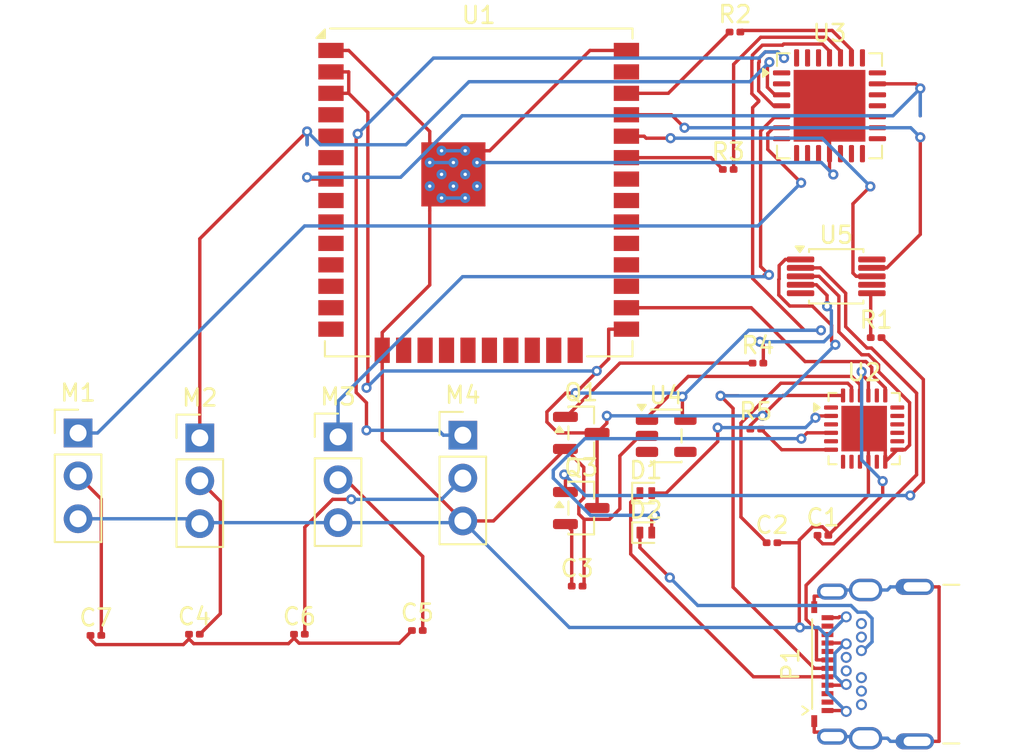
<source format=kicad_pcb>
(kicad_pcb (version 20241229) (generator "pcbnew") (generator_version "9.0")
  (layers (0 "F.Cu" signal) (2 "B.Cu" signal) (13 "F.Paste" user) (15 "B.Paste" user) (5 "F.SilkS" user "F.Silkscreen") (7 "B.SilkS" user "B.Silkscreen") (1 "F.Mask" user) (3 "B.Mask" user) (25 "Edge.Cuts" user))
  (net 0 "")
  (net 1 "Net-(D1-A)")
  (net 2 "Net-(D1-K)")
  (net 3 "Net-(D2-K)")
  (net 4 "Net-(D2-A)")
  (net 5 "GND")
  (net 6 "Net-(M1-PWM)")
  (net 7 "Net-(M1-+)")
  (net 8 "Net-(M2-PWM)")
  (net 9 "Net-(M2-+)")
  (net 10 "Net-(M3-+)")
  (net 11 "Net-(M3-PWM)")
  (net 12 "Net-(M4-PWM)")
  (net 13 "Net-(M4-+)")
  (net 14 "+3.3V")
  (net 15 "Net-(Q1-B)")
  (net 16 "Net-(Q3-B)")
  (net 17 "Net-(Q3-E)")
  (net 25 "Net-(U1-IO35)")
  (net 29 "Net-(U1-TXD0{slash}IO1)")
  (net 31 "Net-(U1-RXD0{slash}IO3)")
  (net 34 "Net-(U1-IO21)")
  (net 37 "Net-(U1-IO4)")
  (net 43 "Net-(U1-IO22)")
  (net 50 "Net-(U2-RESET)")
  (net 58 "Net-(U2-VSYS)")
  (net 59 "Net-(U2-VREG_2V7)")
  (net 65 "Net-(U2-VREG_1V2)")
  (net 75 "Net-(U3-SDA)")
  (net 76 "Net-(U3-SCL)")
  (net 91 "Net-(U5-~{RTS})")
  (net 92 "Net-(U5-TNOW{slash}~{DTR})")
  (net 93 "Net-(P1-D+)")
  (net 95 "Net-(P1-D-)")
  (net 97 "+5V")
  (net 98 "Net-(P1-VBUS-PadA4)")
  (net 99 "unconnected-(P1-SHIELD-PadS1)")
  (footprint "Capacitor_SMD:C_0201_0603Metric" (layer "F.Cu") (at 259.64 64.16)
    (property "Reference" "C1")
    (property "Value" "1uF")
  )
  (footprint "Connector_PinHeader_2.54mm:PinHeader_1x03_P2.54mm_Vertical" (layer "F.Cu") (at 238.31 58.23)
    (property "Reference" "M4")
    (property "Value" "Motor_Servo")
  )
  (footprint "Package_TO_SOT_SMD:SOT-23" (layer "F.Cu") (at 245.325 58.095)
    (property "Reference" "Q1")
    (property "Value" "MMBT3904")
  )
  (footprint "RF_Module:ESP32-WROOM-32UE" (layer "F.Cu") (at 239.25 43.85)
    (property "Reference" "U1")
    (property "Value" "ESP32-WROOM-32UE-R2")
  )
  (footprint "Diode_SMD:D_SOD-882" (layer "F.Cu") (at 249.15 64)
    (property "Reference" "D2")
    (property "Value" "PESD5V0L1UL")
  )
  (footprint "Package_SO:MSOP-10_3x3mm_P0.5mm" (layer "F.Cu") (at 260.4275 48.82)
    (property "Reference" "U5")
    (property "Value" "CH340X")
  )
  (footprint "Capacitor_SMD:C_0201_0603Metric" (layer "F.Cu") (at 256.625 64.6)
    (property "Reference" "C2")
    (property "Value" "1uF")
  )
  (footprint "Package_DFN_QFN:QFN-24-1EP_4x4mm_P0.5mm_EP2.7x2.7mm" (layer "F.Cu") (at 262.0825 57.84)
    (property "Reference" "U2")
    (property "Value" "STUSB4500QTR")
  )
  (footprint "Diode_SMD:D_SOD-882" (layer "F.Cu") (at 249.15 61.66)
    (property "Reference" "D1")
    (property "Value" "PESD5V0L1UL")
  )
  (footprint "Resistor_SMD:R_0201_0603Metric" (layer "F.Cu") (at 255.66 57.87)
    (property "Reference" "R5")
    (property "Value" "10k")
  )
  (footprint "Resistor_SMD:R_0201_0603Metric" (layer "F.Cu") (at 262.79 52.45)
    (property "Reference" "R1")
    (property "Value" "10k")
  )
  (footprint "Resistor_SMD:R_0201_0603Metric" (layer "F.Cu") (at 255.79 53.96)
    (property "Reference" "R4")
    (property "Value" "10k")
  )
  (footprint "Connector_PinHeader_2.54mm:PinHeader_1x03_P2.54mm_Vertical" (layer "F.Cu") (at 222.73 58.39)
    (property "Reference" "M2")
    (property "Value" "Motor_Servo")
  )
  (footprint "Connector_PinHeader_2.54mm:PinHeader_1x03_P2.54mm_Vertical" (layer "F.Cu") (at 215.52 58.1)
    (property "Reference" "M1")
    (property "Value" "Motor_Servo")
  )
  (footprint "Package_DFN_QFN:QFN-28-1EP_6x6mm_P0.65mm_EP4.25x4.25mm" (layer "F.Cu") (at 260.03 38.7175)
    (property "Reference" "U3")
    (property "Value" "PCA9685BS")
  )
  (footprint "Connector_USB:USB_C_Receptacle_CNCTech_C-ARA1-AK51X" (layer "F.Cu") (at 263.22 71.79 90)
    (property "Reference" "P1")
    (property "Value" "USB_C_Plug")
  )
  (footprint "Capacitor_SMD:C_0201_0603Metric" (layer "F.Cu") (at 245.08 67.17)
    (property "Reference" "C3")
    (property "Value" "0.1uF")
  )
  (footprint "Capacitor_SMD:C_0201_0603Metric" (layer "F.Cu") (at 216.575 70.09)
    (property "Reference" "C7")
    (property "Value" "470 uF")
  )
  (footprint "Capacitor_SMD:C_0201_0603Metric" (layer "F.Cu") (at 235.615 69.8)
    (property "Reference" "C5")
    (property "Value" "470uF")
  )
  (footprint "Resistor_SMD:R_0201_0603Metric" (layer "F.Cu") (at 254.03 42.49)
    (property "Reference" "R3")
    (property "Value" "4.7k")
  )
  (footprint "Package_TO_SOT_SMD:SOT-23" (layer "F.Cu") (at 245.325 62.545)
    (property "Reference" "Q3")
    (property "Value" "MMBT3904")
  )
  (footprint "Connector_PinHeader_2.54mm:PinHeader_1x03_P2.54mm_Vertical" (layer "F.Cu") (at 230.92 58.33)
    (property "Reference" "M3")
    (property "Value" "Motor_Servo")
  )
  (footprint "Package_TO_SOT_SMD:SOT-23-5" (layer "F.Cu") (at 250.355 58.27)
    (property "Reference" "U4")
    (property "Value" "AP2112K-3.3")
  )
  (footprint "Capacitor_SMD:C_0201_0603Metric" (layer "F.Cu") (at 222.41 70.02)
    (property "Reference" "C4")
    (property "Value" "470uF")
  )
  (footprint "Capacitor_SMD:C_0201_0603Metric" (layer "F.Cu") (at 228.63 70.02)
    (property "Reference" "C6")
    (property "Value" "470uF")
  )
  (footprint "Resistor_SMD:R_0201_0603Metric" (layer "F.Cu") (at 254.43 34.35)
    (property "Reference" "R2")
    (property "Value" "4.7k")
  )
  (segment (start 259.1971 57.1954) (end 259.3025 57.09) (width 0.2) (layer "F.Cu") (net 1))
  (segment (start 259.3025 57.09) (end 260.12 57.09) (width 0.2) (layer "F.Cu") (net 1))
  (segment (start 250.3552 61.66) (end 249.5 61.66) (width 0.2) (layer "F.Cu") (net 1))
  (segment (start 253.4072 58.608) (end 250.3552 61.66) (width 0.2) (layer "F.Cu") (net 1))
  (segment (start 253.4072 57.7803) (end 253.4072 58.608) (width 0.2) (layer "F.Cu") (net 1))
  (via (at 253.4072 57.7803) (size 0.6) (drill 0.3) (layers "F.Cu" "B.Cu") (net 1))
  (via (at 259.1971 57.1954) (size 0.6) (drill 0.3) (layers "F.Cu" "B.Cu") (net 1))
  (segment (start 258.6122 57.7803) (end 259.1971 57.1954) (width 0.2) (layer "B.Cu") (net 1))
  (segment (start 253.4072 57.7803) (end 258.6122 57.7803) (width 0.2) (layer "B.Cu") (net 1))
  (segment (start 255.5259 72.54) (end 248.2532 65.2673) (width 0.2) (layer "F.Cu") (net 2))
  (segment (start 248.2532 65.2673) (end 248.2532 62.2068) (width 0.2) (layer "F.Cu") (net 2))
  (segment (start 259.91 72.54) (end 255.5259 72.54) (width 0.2) (layer "F.Cu") (net 2))
  (segment (start 248.2532 62.2068) (end 248.8 61.66) (width 0.2) (layer "F.Cu") (net 2))
  (segment (start 248.8 64) (end 248.8 64.8931) (width 0.2) (layer "F.Cu") (net 3))
  (segment (start 248.8 64.8931) (end 250.5699 66.663) (width 0.2) (layer "F.Cu") (net 3))
  (via (at 250.5699 66.663) (size 0.6) (drill 0.3) (layers "F.Cu" "B.Cu") (net 3))
  (segment (start 250.5699 66.663) (end 252.2243 68.3174) (width 0.2) (layer "B.Cu") (net 3))
  (segment (start 262.5503 69.0793) (end 262.5503 70.4698) (width 0.2) (layer "B.Cu") (net 3))
  (segment (start 261.3031 68.3174) (end 261.6986 68.7129) (width 0.2) (layer "B.Cu") (net 3))
  (segment (start 252.2243 68.3174) (end 261.3031 68.3174) (width 0.2) (layer "B.Cu") (net 3))
  (segment (start 262.5503 70.4698) (end 262.0301 70.99) (width 0.2) (layer "B.Cu") (net 3))
  (segment (start 261.6986 68.7129) (end 262.1839 68.7129) (width 0.2) (layer "B.Cu") (net 3))
  (segment (start 262.0301 70.99) (end 261.92 70.99) (width 0.2) (layer "B.Cu") (net 3))
  (segment (start 262.1839 68.7129) (end 262.5503 69.0793) (width 0.2) (layer "B.Cu") (net 3))
  (segment (start 258.3611 58.4351) (end 258.7062 58.09) (width 0.2) (layer "F.Cu") (net 4))
  (segment (start 249.5 63.1656) (end 249.5 64) (width 0.2) (layer "F.Cu") (net 4))
  (segment (start 249.6892 62.9764) (end 249.5 63.1656) (width 0.2) (layer "F.Cu") (net 4))
  (segment (start 258.7062 58.09) (end 260.12 58.09) (width 0.2) (layer "F.Cu") (net 4))
  (via (at 249.6892 62.9764) (size 0.6) (drill 0.3) (layers "F.Cu" "B.Cu") (net 4))
  (via (at 258.3611 58.4351) (size 0.6) (drill 0.3) (layers "F.Cu" "B.Cu") (net 4))
  (segment (start 243.6681 60.3065) (end 245.5394 58.4352) (width 0.2) (layer "B.Cu") (net 4))
  (segment (start 258.3611 58.4352) (end 258.3611 58.4351) (width 0.2) (layer "B.Cu") (net 4))
  (segment (start 249.6892 62.9764) (end 245.8693 62.9764) (width 0.2) (layer "B.Cu") (net 4))
  (segment (start 245.8693 62.9764) (end 243.6681 60.7752) (width 0.2) (layer "B.Cu") (net 4))
  (segment (start 245.5394 58.4352) (end 258.3611 58.4352) (width 0.2) (layer "B.Cu") (net 4))
  (segment (start 243.6681 60.7752) (end 243.6681 60.3065) (width 0.2) (layer "B.Cu") (net 4))
  (segment (start 256.945 64.6) (end 258.2408 64.6) (width 0.2) (layer "F.Cu") (net 5))
  (segment (start 245.475 60.1325) (end 245.475 61.945) (width 0.2) (layer "F.Cu") (net 5))
  (segment (start 236.35 41.38) (end 237.05 41.38) (width 0.2) (layer "F.Cu") (net 5))
  (segment (start 260.5843 49.9905) (end 259.4138 48.82) (width 0.2) (layer "F.Cu") (net 5))
  (segment (start 263.3325 59.8025) (end 264.045 59.09) (width 0.2) (layer "F.Cu") (net 5))
  (segment (start 233.535 53.2) (end 233.535 52.1483) (width 0.2) (layer "F.Cu") (net 5))
  (segment (start 249.2175 58.27) (end 248.793 58.27) (width 0.2) (layer "F.Cu") (net 5))
  (segment (start 245.1814 62.9013) (end 245.4922 63.2121) (width 0.2) (layer "F.Cu") (net 5))
  (segment (start 236.35 43.48) (end 236.35 44.18) (width 0.2) (layer "F.Cu") (net 5))
  (segment (start 238.45 41.38) (end 238.45 42.2652) (width 0.2) (layer "F.Cu") (net 5))
  (segment (start 239.15 43.48) (end 239.15 44.18) (width 0.2) (layer "F.Cu") (net 5))
  (segment (start 260.03 42.5628) (end 260.2547 42.7875) (width 0.2) (layer "F.Cu") (net 5))
  (segment (start 262.0155 53.4666) (end 261.9395 53.4666) (width 0.2) (layer "F.Cu") (net 5))
  (segment (start 238.45 42.2652) (end 238.45 42.78) (width 0.2) (layer "F.Cu") (net 5))
  (segment (start 262.936 54.4631) (end 262.936 54.0545) (width 0.2) (layer "F.Cu") (net 5))
  (segment (start 233.535 52.1483) (end 236.35 49.3333) (width 0.2) (layer "F.Cu") (net 5))
  (segment (start 245.4922 67.0778) (end 245.4922 63.2121) (width 0.2) (layer "F.Cu") (net 5))
  (segment (start 244.3875 59.045) (end 245.475 60.1325) (width 0.2) (layer "F.Cu") (net 5))
  (segment (start 260.6117 68.99) (end 260.5617 69.04) (width 0.2) (layer "F.Cu") (net 5))
  (segment (start 239.15 42.78) (end 239.15 43.48) (width 0.2) (layer "F.Cu") (net 5))
  (segment (start 259.91 74.54) (end 260.97 74.54) (width 0.2) (layer "F.Cu") (net 5))
  (segment (start 244.3875 59.045) (end 240.1225 63.31) (width 0.2) (layer "F.Cu") (net 5))
  (segment (start 245.8417 35.44) (end 239.9017 41.38) (width 0.2) (layer "F.Cu") (net 5))
  (segment (start 262.3325 61.7875) (end 262.3325 59.8025) (width 0.2) (layer "F.Cu") (net 5))
  (segment (start 233.535 58.535) (end 233.535 53.2) (width 0.2) (layer "F.Cu") (net 5))
  (segment (start 247.6114 59.4516) (end 247.6114 62.5927) (width 0.2) (layer "F.Cu") (net 5))
  (segment (start 236.35 49.3333) (end 236.35 44.9317) (width 0.2) (layer "F.Cu") (net 5))
  (segment (start 238.9648 42.2652) (end 239.15 42.08) (width 0.2) (layer "F.Cu") (net 5))
  (segment (start 238.31 63.31) (end 233.535 58.535) (width 0.2) (layer "F.Cu") (net 5))
  (segment (start 258.2408 64.4405) (end 258.2408 64.6) (width 0.2) (layer "F.Cu") (net 5))
  (segment (start 260.2359 69.04) (end 259.91 69.04) (width 0.2) (layer "F.Cu") (net 5))
  (segment (start 237.75 41.38) (end 237.75 42.08) (width 0.2) (layer "F.Cu") (net 5))
  (segment (start 245.475 61.945) (end 245.1814 62.2386) (width 0.2) (layer "F.Cu") (net 5))
  (segment (start 237.05 41.38) (end 237.05 42.78) (width 0.2) (layer "F.Cu") (net 5))
  (segment (start 259.96 64.16) (end 262.3325 61.7875) (width 0.2) (layer "F.Cu") (net 5))
  (segment (start 230.5 35.44) (end 231.5517 35.44) (width 0.2) (layer "F.Cu") (net 5))
  (segment (start 263.3325 59.09) (end 263.3325 59.8025) (width 0.2) (layer "F.Cu") (net 5))
  (segment (start 262.3325 58.09) (end 262.0825 57.84) (width 0.2) (layer "F.Cu") (net 5))
  (segment (start 239.15 41.38) (end 239.9017 41.38) (width 0.2) (layer "F.Cu") (net 5))
  (segment (start 262.936 54.0545) (end 262.3481 53.4666) (width 0.2) (layer "F.Cu") (net 5))
  (segment (start 236.35 40.2383) (end 236.35 41.38) (width 0.2) (layer "F.Cu") (net 5))
  (segment (start 258.2408 64.6) (end 258.2408 69.5854) (width 0.2) (layer "F.Cu") (net 5))
  (segment (start 239.15 42.78) (end 238.9652 42.78) (width 0.2) (layer "F.Cu") (net 5))
  (segment (start 259.0234 63.6579) (end 258.2408 64.4405) (width 0.2) (layer "F.Cu") (net 5))
  (segment (start 237.75 44.18) (end 237.75 43.48) (width 0.2) (layer "F.Cu") (net 5))
  (segment (start 264.7729 56.3) (end 262.936 54.4631) (width 0.2) (layer "F.Cu") (net 5))
  (segment (start 245.4 67.17) (end 245.4922 67.0778) (width 0.2) (layer "F.Cu") (net 5))
  (segment (start 262.3325 59.0006) (end 262.3325 58.09) (width 0.2) (layer "F.Cu") (net 5))
  (segment (start 264.045 59.09) (end 264.5 59.09) (width 0.2) (layer "F.Cu") (net 5))
  (segment (start 261.9395 53.4666) (end 260.5843 52.1114) (width 0.2) (layer "F.Cu") (net 5))
  (segment (start 236.35 41.38) (end 236.35 42.08) (width 0.2) (layer "F.Cu") (net 5))
  (segment (start 231.5517 35.44) (end 236.35 40.2383) (width 0.2) (layer "F.Cu") (net 5))
  (segment (start 260.2359 69.04) (end 260.5617 69.04) (width 0.2) (layer "F.Cu") (net 5))
  (segment (start 239.15 41.38) (end 239.15 42.08) (width 0.2) (layer "F.Cu") (net 5))
  (segment (start 237.05 44.18) (end 237.05 42.78) (width 0.2) (layer "F.Cu") (net 5))
  (segment (start 246.992 63.2121) (end 245.4922 63.2121) (width 0.2) (layer "F.Cu") (net 5))
  (segment (start 237.75 42.78) (end 237.75 43.48) (width 0.2) (layer "F.Cu") (net 5))
  (segment (start 238.45 42.2652) (end 238.9648 42.2652) (width 0.2) (layer "F.Cu") (net 5))
  (segment (start 260.03 38.7175) (end 260.03 41.555) (width 0.2) (layer "F.Cu") (net 5))
  (segment (start 238.9648 42.7796) (end 238.9648 42.2652) (width 0.2) (layer "F.Cu") (net 5))
  (segment (start 259.96 64.16) (end 259.96 64.0013) (width 0.2) (layer "F.Cu") (net 5))
  (segment (start 236.35 42.08) (end 236.35 42.78) (width 0.2) (layer "F.Cu") (net 5))
  (segment (start 261.02 68.99) (end 260.6117 68.99) (width 0.2) (layer "F.Cu") (net 5))
  (segment (start 264.5 59.09) (end 264.7729 58.8171) (width 0.2) (layer "F.Cu") (net 5))
  (segment (start 238.9652 42.78) (end 238.9648 42.7796) (width 0.2) (layer "F.Cu") (net 5))
  (segment (start 260.03 41.555) (end 260.03 42.5628) (width 0.2) (layer "F.Cu") (net 5))
  (segment (start 260.5843 52.1114) (end 260.5843 49.9905) (width 0.2) (layer "F.Cu") (net 5))
  (segment (start 245.1814 62.2386) (end 245.1814 62.9013) (width 0.2) (layer "F.Cu") (net 5))
  (segment (start 264.7729 58.8171) (end 264.7729 56.3) (width 0.2) (layer "F.Cu") (net 5))
  (segment (start 262.3325 59.0006) (end 263.2431 59.0006) (width 0.2) (layer "F.Cu") (net 5))
  (segment (start 248.793 58.27) (end 247.6114 59.4516) (width 0.2) (layer "F.Cu") (net 5))
  (segment (start 236.35 44.18) (end 236.35 44.9317) (width 0.2) (layer "F.Cu") (net 5))
  (segment (start 259.6166 63.6579) (end 259.0234 63.6579) (width 0.2) (layer "F.Cu") (net 5))
  (segment (start 263.2431 59.0006) (end 263.3325 59.09) (width 0.2) (layer "F.Cu") (net 5))
  (segment (start 237.75 42.08) (end 237.75 42.78) (width 0.2) (layer "F.Cu") (net 5))
  (segment (start 240.1225 63.31) (end 238.31 63.31) (width 0.2) (layer "F.Cu") (net 5))
  (segment (start 262.3325 59.0006) (end 262.3325 59.8025) (width 0.2) (layer "F.Cu") (net 5))
  (segment (start 248 35.44) (end 245.8417 35.44) (width 0.2) (layer "F.Cu") (net 5))
  (segment (start 259.4138 48.82) (end 258.315 48.82) (width 0.2) (layer "F.Cu") (net 5))
  (segment (start 258.2408 69.5854) (end 258.2755 69.6201) (width 0.2) (layer "F.Cu") (net 5))
  (segment (start 260.97 74.54) (end 261.02 74.59) (width 0.2) (layer "F.Cu") (net 5))
  (segment (start 247.6114 62.5927) (end 246.992 63.2121) (width 0.2) (layer "F.Cu") (net 5))
  (segment (start 262.3481 53.4666) (end 262.0155 53.4666) (width 0.2) (layer "F.Cu") (net 5))
  (segment (start 236.35 42.78) (end 236.35 43.48) (width 0.2) (layer "F.Cu") (net 5))
  (segment (start 259.96 64.0013) (end 259.6166 63.6579) (width 0.2) (layer "F.Cu") (net 5))
  (via (at 260.2547 42.7875) (size 0.6) (drill 0.3) (layers "F.Cu" "B.Cu") (net 5))
  (via (at 258.2755 69.6201) (size 0.6) (drill 0.3) (layers "F.Cu" "B.Cu") (net 5))
  (segment (start 230.92 63.41) (end 222.79 63.41) (width 0.2) (layer "B.Cu") (net 5))
  (segment (start 222.44 63.18) (end 222.73 63.47) (width 0.2) (layer "B.Cu") (net 5))
  (segment (start 222.79 63.41) (end 222.73 63.47) (width 0.2) (layer "B.Cu") (net 5))
  (segment (start 239.15 42.08) (end 259.5472 42.08) (width 0.2) (layer "B.Cu") (net 5))
  (segment (start 258.2755 69.6201) (end 259.3629 69.6201) (width 0.2) (layer "B.Cu") (net 5))
  (segment (start 215.52 63.18) (end 222.44 63.18) (width 0.2) (layer "B.Cu") (net 5))
  (segment (start 238.21 63.41) (end 230.92 63.41) (width 0.2) (layer "B.Cu") (net 5))
  (segment (start 259.3629 69.6201) (end 259.8764 70.1336) (width 0.2) (layer "B.Cu") (net 5))
  (segment (start 261.02 74.59) (end 259.8764 73.4464) (width 0.2) (layer "B.Cu") (net 5))
  (segment (start 259.8764 73.4464) (end 259.8764 70.1336) (width 0.2) (layer "B.Cu") (net 5))
  (segment (start 238.31 63.31) (end 238.21 63.41) (width 0.2) (layer "B.Cu") (net 5))
  (segment (start 258.2755 69.6201) (end 244.6201 69.6201) (width 0.2) (layer "B.Cu") (net 5))
  (segment (start 236.35 42.08) (end 237.75 42.08) (width 0.2) (layer "B.Cu") (net 5))
  (segment (start 259.5472 42.08) (end 260.2547 42.7875) (width 0.2) (layer "B.Cu") (net 5))
  (segment (start 259.8764 70.1336) (end 261.02 68.99) (width 0.2) (layer "B.Cu") (net 5))
  (segment (start 237.05 44.18) (end 238.45 44.18) (width 0.2) (layer "B.Cu") (net 5))
  (segment (start 237.05 41.38) (end 238.45 41.38) (width 0.2) (layer "B.Cu") (net 5))
  (segment (start 244.6201 69.6201) (end 238.31 63.31) (width 0.2) (layer "B.Cu") (net 5))
  (segment (start 258.3481 43.2778) (end 256.3731 41.3028) (width 0.2) (layer "F.Cu") (net 6))
  (segment (start 256.3731 40.3602) (end 256.7158 40.0175) (width 0.2) (layer "F.Cu") (net 6))
  (segment (start 256.3731 41.3028) (end 256.3731 40.3602) (width 0.2) (layer "F.Cu") (net 6))
  (segment (start 256.7158 40.0175) (end 257.1925 40.0175) (width 0.2) (layer "F.Cu") (net 6))
  (via (at 258.3481 43.2778) (size 0.6) (drill 0.3) (layers "F.Cu" "B.Cu") (net 6))
  (segment (start 215.52 58.1) (end 216.6717 58.1) (width 0.2) (layer "B.Cu") (net 6))
  (segment (start 255.791 45.8349) (end 258.3481 43.2778) (width 0.2) (layer "B.Cu") (net 6))
  (segment (start 216.6717 58.1) (end 228.9368 45.8349) (width 0.2) (layer "B.Cu") (net 6))
  (segment (start 228.9368 45.8349) (end 255.791 45.8349) (width 0.2) (layer "B.Cu") (net 6))
  (segment (start 215.52 60.64) (end 216.895 62.015) (width 0.2) (layer "F.Cu") (net 7))
  (segment (start 216.895 62.015) (end 216.895 70.09) (width 0.2) (layer "F.Cu") (net 7))
  (segment (start 222.73 58.39) (end 222.73 46.5939) (width 0.2) (layer "F.Cu") (net 8))
  (segment (start 229.085 40.2389) (end 229.085 41.0253) (width 0.2) (layer "F.Cu") (net 8))
  (segment (start 256.7969 38.0675) (end 257.1925 38.0675) (width 0.2) (layer "F.Cu") (net 8))
  (segment (start 256.3515 36.2479) (end 256.3515 37.6221) (width 0.2) (layer "F.Cu") (net 8))
  (segment (start 222.73 46.5939) (end 229.085 40.2389) (width 0.2) (layer "F.Cu") (net 8))
  (segment (start 256.3515 37.6221) (end 256.7969 38.0675) (width 0.2) (layer "F.Cu") (net 8))
  (segment (start 229.085 41.0253) (end 229.085 40.2389) (width 0.2) (layer "F.Cu") (net 8))
  (segment (start 256.469 36.1304) (end 256.3515 36.2479) (width 0.2) (layer "F.Cu") (net 8))
  (via (at 229.085 40.2389) (size 0.6) (drill 0.3) (layers "F.Cu" "B.Cu") (net 8))
  (via (at 256.469 36.1304) (size 0.6) (drill 0.3) (layers "F.Cu" "B.Cu") (net 8))
  (segment (start 229.8714 41.0253) (end 234.9431 41.0253) (width 0.2) (layer "B.Cu") (net 8))
  (segment (start 229.085 41.0253) (end 229.085 40.2389) (width 0.2) (layer "B.Cu") (net 8))
  (segment (start 229.085 40.2389) (end 229.8714 41.0253) (width 0.2) (layer "B.Cu") (net 8))
  (segment (start 238.6773 37.2911) (end 255.3083 37.2911) (width 0.2) (layer "B.Cu") (net 8))
  (segment (start 234.9431 41.0253) (end 238.6773 37.2911) (width 0.2) (layer "B.Cu") (net 8))
  (segment (start 229.085 40.2389) (end 229.085 41.0253) (width 0.2) (layer "B.Cu") (net 8))
  (segment (start 255.3083 37.2911) (end 256.469 36.1304) (width 0.2) (layer "B.Cu") (net 8))
  (segment (start 222.73 60.93) (end 223.9472 62.1472) (width 0.2) (layer "F.Cu") (net 9))
  (segment (start 223.9472 62.1472) (end 223.9472 68.8028) (width 0.2) (layer "F.Cu") (net 9))
  (segment (start 223.9472 68.8028) (end 222.73 70.02) (width 0.2) (layer "F.Cu") (net 9))
  (segment (start 235.935 69.8) (end 235.935 65.4138) (width 0.2) (layer "F.Cu") (net 10))
  (segment (start 235.935 65.4138) (end 231.3912 60.87) (width 0.2) (layer "F.Cu") (net 10))
  (segment (start 231.3912 60.87) (end 230.92 60.87) (width 0.2) (layer "F.Cu") (net 10))
  (segment (start 256.4453 48.7335) (end 256.1714 48.7335) (width 0.2) (layer "F.Cu") (net 11))
  (segment (start 255.9486 48.2368) (end 255.9486 40.2158) (width 0.2) (layer "F.Cu") (net 11))
  (segment (start 256.4453 48.7335) (end 255.9486 48.2368) (width 0.2) (layer "F.Cu") (net 11))
  (segment (start 255.9486 40.2158) (end 256.7969 39.3675) (width 0.2) (layer "F.Cu") (net 11))
  (segment (start 256.1714 48.7335) (end 256.4453 48.7335) (width 0.2) (layer "F.Cu") (net 11))
  (segment (start 256.7969 39.3675) (end 257.1925 39.3675) (width 0.2) (layer "F.Cu") (net 11))
  (via (at 256.4453 48.7335) (size 0.6) (drill 0.3) (layers "F.Cu" "B.Cu") (net 11))
  (segment (start 256.3404 48.8384) (end 256.4453 48.7335) (width 0.2) (layer "B.Cu") (net 11))
  (segment (start 238.2958 48.8384) (end 256.3404 48.8384) (width 0.2) (layer "B.Cu") (net 11))
  (segment (start 230.92 58.33) (end 230.92 56.2142) (width 0.2) (layer "B.Cu") (net 11))
  (segment (start 230.92 56.2142) (end 238.2958 48.8384) (width 0.2) (layer "B.Cu") (net 11))
  (segment (start 232.6025 56.3071) (end 232.6025 57.9416) (width 0.2) (layer "F.Cu") (net 12))
  (segment (start 232.0829 40.3803) (end 231.9917 40.3803) (width 0.2) (layer "F.Cu") (net 12))
  (segment (start 231.9917 55.6963) (end 232.6025 56.3071) (width 0.2) (layer "F.Cu") (net 12))
  (segment (start 257.3368 35.8911) (end 256.9744 35.5287) (width 0.2) (layer "F.Cu") (net 12))
  (segment (start 232.0829 40.3803) (end 231.9917 40.4715) (width 0.2) (layer "F.Cu") (net 12))
  (segment (start 231.9917 40.4715) (end 231.9917 55.6963) (width 0.2) (layer "F.Cu") (net 12))
  (segment (start 255.8673 35.8813) (end 255.8673 36.1304) (width 0.2) (layer "F.Cu") (net 12))
  (segment (start 256.9744 35.5287) (end 256.2199 35.5287) (width 0.2) (layer "F.Cu") (net 12))
  (segment (start 255.8673 36.1304) (end 255.8323 36.1654) (width 0.2) (layer "F.Cu") (net 12))
  (segment (start 256.2199 35.5287) (end 255.8673 35.8813) (width 0.2) (layer "F.Cu") (net 12))
  (segment (start 231.9917 40.3803) (end 232.0829 40.3803) (width 0.2) (layer "F.Cu") (net 12))
  (segment (start 255.8323 36.1654) (end 255.8323 37.8343) (width 0.2) (layer "F.Cu") (net 12))
  (segment (start 256.7155 38.7175) (end 257.1925 38.7175) (width 0.2) (layer "F.Cu") (net 12))
  (segment (start 255.8323 37.8343) (end 256.7155 38.7175) (width 0.2) (layer "F.Cu") (net 12))
  (via (at 232.0829 40.3803) (size 0.6) (drill 0.3) (layers "F.Cu" "B.Cu") (net 12))
  (via (at 232.6025 57.9416) (size 0.6) (drill 0.3) (layers "F.Cu" "B.Cu") (net 12))
  (via (at 257.3368 35.8911) (size 0.6) (drill 0.3) (layers "F.Cu" "B.Cu") (net 12))
  (segment (start 232.6025 57.9416) (end 236.8699 57.9416) (width 0.2) (layer "B.Cu") (net 12))
  (segment (start 257.2728 35.8911) (end 257.3368 35.8911) (width 0.2) (layer "B.Cu") (net 12))
  (segment (start 255.8576 35.891) (end 255.8576 35.8911) (width 0.2) (layer "B.Cu") (net 12))
  (segment (start 236.5721 35.8911) (end 232.0829 40.3803) (width 0.2) (layer "B.Cu") (net 12))
  (segment (start 238.31 58.23) (end 237.1583 58.23) (width 0.2) (layer "B.Cu") (net 12))
  (segment (start 256.2199 35.5287) (end 255.8576 35.891) (width 0.2) (layer "B.Cu") (net 12))
  (segment (start 255.8576 35.8911) (end 236.5721 35.8911) (width 0.2) (layer "B.Cu") (net 12))
  (segment (start 257.3368 35.8911) (end 257.2728 35.8911) (width 0.2) (layer "B.Cu") (net 12))
  (segment (start 236.8699 57.9416) (end 237.1583 58.23) (width 0.2) (layer "B.Cu") (net 12))
  (segment (start 257.3368 35.8911) (end 256.9744 35.5287) (width 0.2) (layer "B.Cu") (net 12))
  (segment (start 256.9744 35.5287) (end 256.2199 35.5287) (width 0.2) (layer "B.Cu") (net 12))
  (segment (start 230.5997 62.0305) (end 231.7008 62.0305) (width 0.2) (layer "F.Cu") (net 13))
  (segment (start 228.95 63.6802) (end 230.5997 62.0305) (width 0.2) (layer "F.Cu") (net 13))
  (segment (start 228.95 70.02) (end 228.95 63.6802) (width 0.2) (layer "F.Cu") (net 13))
  (via (at 231.7008 62.0305) (size 0.6) (drill 0.3) (layers "F.Cu" "B.Cu") (net 13))
  (segment (start 231.7008 62.0305) (end 237.0495 62.0305) (width 0.2) (layer "B.Cu") (net 13))
  (segment (start 237.0495 62.0305) (end 238.31 60.77) (width 0.2) (layer "B.Cu") (net 13))
  (segment (start 251.3162 57.1437) (end 251.3162 55.9436) (width 0.2) (layer "F.Cu") (net 14))
  (segment (start 243.2907 56.8495) (end 243.2907 57.4475) (width 0.2) (layer "F.Cu") (net 14))
  (segment (start 246.2625 62.545) (end 246.2625 58.095) (width 0.2) (layer "F.Cu") (net 14))
  (segment (start 244.9862 55.7356) (end 244.4046 55.7356) (width 0.2) (layer "F.Cu") (net 14))
  (segment (start 255.8323 38.4023) (end 255.8323 38.4665) (width 0.2) (layer "F.Cu") (net 14))
  (segment (start 230.5 36.71) (end 231.5517 36.71) (width 0.2) (layer "F.Cu") (net 14))
  (segment (start 232.6846 55.3416) (end 232.6053 55.4209) (width 0.2) (layer "F.Cu") (net 14))
  (segment (start 257.317 35.0601) (end 257.2501 35.127) (width 0.2) (layer "F.Cu") (net 14))
  (segment (start 244.9862 55.7356) (end 246.2391 54.4827) (width 0.2) (layer "F.Cu") (net 14))
  (segment (start 255.34 57.87) (end 255.34 57.6502) (width 0.2) (layer "F.Cu") (net 14))
  (segment (start 244.4046 55.7356) (end 243.2907 56.8495) (width 0.2) (layer "F.Cu") (net 14))
  (segment (start 232.6846 55.3416) (end 232.6846 39.1144) (width 0.2) (layer "F.Cu") (net 14))
  (segment (start 230.5 37.98) (end 231.4509 37.98) (width 0.2) (layer "F.Cu") (net 14))
  (segment (start 248 51.95) (end 246.9483 51.95) (width 0.2) (layer "F.Cu") (net 14))
  (segment (start 246.2625 58.095) (end 246.8427 57.5148) (width 0.2) (layer "F.Cu") (net 14))
  (segment (start 231.4509 37.98) (end 231.5502 37.98) (width 0.2) (layer "F.Cu") (net 14))
  (segment (start 232.6846 39.1144) (end 231.5502 37.98) (width 0.2) (layer "F.Cu") (net 14))
  (segment (start 256.0536 35.127) (end 255.4656 35.715) (width 0.2) (layer "F.Cu") (net 14))
  (segment (start 255.4306 38.0006) (end 255.666 38.236) (width 0.2) (layer "F.Cu") (net 14))
  (segment (start 255.4763 38.8225) (end 255.4763 48.9475) (width 0.2) (layer "F.Cu") (net 14))
  (segment (start 243.9382 58.095) (end 246.2625 58.095) (width 0.2) (layer "F.Cu") (net 14))
  (segment (start 260.03 35.88) (end 260.03 35.4776) (width 0.2) (layer "F.Cu") (net 14))
  (segment (start 255.9078 57.0824) (end 256.0622 57.0824) (width 0.2) (layer "F.Cu") (net 14))
  (segment (start 255.4306 35.9991) (end 255.4306 38.0006) (width 0.2) (layer "F.Cu") (net 14))
  (segment (start 251.4925 57.32) (end 251.3162 57.1437) (width 0.2) (layer "F.Cu") (net 14))
  (segment (start 243.2907 57.4475) (end 243.9382 58.095) (width 0.2) (layer "F.Cu") (net 14))
  (segment (start 255.8323 38.4665) (end 255.4763 38.8225) (width 0.2) (layer "F.Cu") (net 14))
  (segment (start 231.5517 36.71) (end 231.5517 37.98) (width 0.2) (layer "F.Cu") (net 14))
  (segment (start 255.666 38.236) (end 255.8323 38.4023) (width 0.2) (layer "F.Cu") (net 14))
  (segment (start 260.03 35.4776) (end 259.6125 35.0601) (width 0.2) (layer "F.Cu") (net 14))
  (segment (start 257.2501 35.127) (end 256.0536 35.127) (width 0.2) (layer "F.Cu") (net 14))
  (segment (start 246.2391 54.4827) (end 246.2391 54.4261) (width 0.2) (layer "F.Cu") (net 14))
  (segment (start 232.6053 55.4209) (end 232.6846 55.3416) (width 0.2) (layer "F.Cu") (net 14))
  (segment (start 246.9483 53.7169) (end 246.9483 51.95) (width 0.2) (layer "F.Cu") (net 14))
  (segment (start 255.4656 35.9641) (end 255.4306 35.9991) (width 0.2) (layer "F.Cu") (net 14))
  (segment (start 257.2671 55.8775) (end 260.8325 55.8775) (width 0.2) (layer "F.Cu") (net 14))
  (segment (start 255.666 38.236) (end 255.8323 38.4023) (width 0.2) (layer "F.Cu") (net 14))
  (segment (start 246.2391 54.4261) (end 246.9483 53.7169) (width 0.2) (layer "F.Cu") (net 14))
  (segment (start 259.6125 35.0601) (end 257.317 35.0601) (width 0.2) (layer "F.Cu") (net 14))
  (segment (start 246.8427 57.5148) (end 246.8427 57.0824) (width 0.2) (layer "F.Cu") (net 14))
  (segment (start 255.4763 48.9475) (end 258.5461 52.0173) (width 0.2) (layer "F.Cu") (net 14))
  (segment (start 256.0622 57.0824) (end 257.2671 55.8775) (width 0.2) (layer "F.Cu") (net 14))
  (segment (start 232.6053 55.4209) (end 232.6846 55.3416) (width 0.2) (layer "F.Cu") (net 14))
  (segment (start 255.4656 35.715) (end 255.4656 35.9641) (width 0.2) (layer "F.Cu") (net 14))
  (segment (start 255.34 57.6502) (end 255.9078 57.0824) (width 0.2) (layer "F.Cu") (net 14))
  (segment (start 258.5461 52.0173) (end 259.524 52.0173) (width 0.2) (layer "F.Cu") (net 14))
  (segment (start 231.5502 37.98) (end 231.5517 37.98) (width 0.2) (layer "F.Cu") (net 14))
  (via (at 256.0622 57.0824) (size 0.6) (drill 0.3) (layers "F.Cu" "B.Cu") (net 14))
  (via (at 259.524 52.0173) (size 0.6) (drill 0.3) (layers "F.Cu" "B.Cu") (net 14))
  (via (at 232.6053 55.4209) (size 0.6) (drill 0.3) (layers "F.Cu" "B.Cu") (net 14))
  (via (at 246.8427 57.0824) (size 0.6) (drill 0.3) (layers "F.Cu" "B.Cu") (net 14))
  (via (at 244.9862 55.7356) (size 0.6) (drill 0.3) (layers "F.Cu" "B.Cu") (net 14))
  (via (at 246.2391 54.4261) (size 0.6) (drill 0.3) (layers "F.Cu" "B.Cu") (net 14))
  (via (at 251.3162 55.9436) (size 0.6) (drill 0.3) (layers "F.Cu" "B.Cu") (net 14))
  (segment (start 256.0622 57.0824) (end 246.8427 57.0824) (width 0.2) (layer "B.Cu") (net 14))
  (segment (start 259.524 52.0173) (end 258.5461 52.0173) (width 0.2) (layer "B.Cu") (net 14))
  (segment (start 232.6846 55.3416) (end 232.6053 55.4209) (width 0.2) (layer "B.Cu") (net 14))
  (segment (start 251.3162 55.9436) (end 251.1082 55.7356) (width 0.2) (layer "B.Cu") (net 14))
  (segment (start 251.1082 55.7356) (end 244.9862 55.7356) (width 0.2) (layer "B.Cu") (net 14))
  (segment (start 259.524 52.0173) (end 255.2425 52.0173) (width 0.2) (layer "B.Cu") (net 14))
  (segment (start 255.2425 52.0173) (end 251.3162 55.9436) (width 0.2) (layer "B.Cu") (net 14))
  (segment (start 246.2391 54.4261) (end 233.6001 54.4261) (width 0.2) (layer "B.Cu") (net 14))
  (segment (start 233.6001 54.4261) (end 232.6053 55.4209) (width 0.2) (layer "B.Cu") (net 14))
  (segment (start 232.6053 55.4209) (end 232.6846 55.3416) (width 0.2) (layer "B.Cu") (net 14))
  (segment (start 258.5461 52.0173) (end 259.524 52.0173) (width 0.2) (layer "B.Cu") (net 14))
  (segment (start 244.4277 57.145) (end 247.6127 53.96) (width 0.2) (layer "F.Cu") (net 15))
  (segment (start 244.3875 57.145) (end 244.4277 57.145) (width 0.2) (layer "F.Cu") (net 15))
  (segment (start 247.6127 53.96) (end 255.47 53.96) (width 0.2) (layer "F.Cu") (net 15))
  (segment (start 265.5888 54.9288) (end 265.5888 61.0243) (width 0.2) (layer "F.Cu") (net 16))
  (segment (start 263.11 52.45) (end 265.5888 54.9288) (width 0.2) (layer "F.Cu") (net 16))
  (segment (start 244.3181 60.5608) (end 244.3875 60.6302) (width 0.2) (layer "F.Cu") (net 16))
  (segment (start 244.3875 60.6302) (end 244.3875 61.595) (width 0.2) (layer "F.Cu") (net 16))
  (segment (start 265.5888 61.0243) (end 264.8104 61.8027) (width 0.2) (layer "F.Cu") (net 16))
  (via (at 264.8104 61.8027) (size 0.6) (drill 0.3) (layers "F.Cu" "B.Cu") (net 16))
  (via (at 244.3181 60.5608) (size 0.6) (drill 0.3) (layers "F.Cu" "B.Cu") (net 16))
  (segment (start 245.56 61.8027) (end 264.8104 61.8027) (width 0.2) (layer "B.Cu") (net 16))
  (segment (start 244.3181 60.5608) (end 245.56 61.8027) (width 0.2) (layer "B.Cu") (net 16))
  (segment (start 244.3875 63.495) (end 244.76 63.8675) (width 0.2) (layer "F.Cu") (net 17))
  (segment (start 244.76 63.8675) (end 244.76 67.17) (width 0.2) (layer "F.Cu") (net 17))
  (segment (start 229.1897 43.06) (end 229.085 42.9553) (width 0.2) (layer "F.Cu") (net 25))
  (segment (start 262.8675 37.4175) (end 265.1337 37.4175) (width 0.2) (layer "F.Cu") (net 25))
  (segment (start 265.4075 39.3075) (end 265.4075 37.6913) (width 0.2) (layer "F.Cu") (net 25))
  (segment (start 265.4075 37.6913) (end 265.4075 39.3075) (width 0.2) (layer "F.Cu") (net 25))
  (segment (start 230.5 43.06) (end 229.1897 43.06) (width 0.2) (layer "F.Cu") (net 25))
  (segment (start 229.2331 42.9553) (end 229.085 42.9553) (width 0.2) (layer "F.Cu") (net 25))
  (segment (start 229.085 42.9553) (end 229.2331 42.9553) (width 0.2) (layer "F.Cu") (net 25))
  (segment (start 265.1337 37.4175) (end 265.4075 37.6913) (width 0.2) (layer "F.Cu") (net 25))
  (via (at 229.085 42.9553) (size 0.6) (drill 0.3) (layers "F.Cu" "B.Cu") (net 25))
  (via (at 265.4075 37.6913) (size 0.6) (drill 0.3) (layers "F.Cu" "B.Cu") (net 25))
  (segment (start 229.2331 42.9553) (end 229.085 42.9553) (width 0.2) (layer "B.Cu") (net 25))
  (segment (start 265.4075 37.6913) (end 265.4075 39.3075) (width 0.2) (layer "B.Cu") (net 25))
  (segment (start 238.2716 39.3075) (end 263.7913 39.3075) (width 0.2) (layer "B.Cu") (net 25))
  (segment (start 263.7913 39.3075) (end 265.4075 37.6913) (width 0.2) (layer "B.Cu") (net 25))
  (segment (start 265.4075 39.3075) (end 265.4075 37.6913) (width 0.2) (layer "B.Cu") (net 25))
  (segment (start 229.085 42.9553) (end 229.2331 42.9553) (width 0.2) (layer "B.Cu") (net 25))
  (segment (start 234.6238 42.9553) (end 238.2716 39.3075) (width 0.2) (layer "B.Cu") (net 25))
  (segment (start 229.085 42.9553) (end 234.6238 42.9553) (width 0.2) (layer "B.Cu") (net 25))
  (segment (start 248 39.25) (end 250.6704 39.25) (width 0.2) (layer "F.Cu") (net 29))
  (segment (start 250.6704 39.25) (end 251.4391 40.0187) (width 0.2) (layer "F.Cu") (net 29))
  (segment (start 265.4075 46.3343) (end 263.4218 48.32) (width 0.2) (layer "F.Cu") (net 29))
  (segment (start 263.4218 48.32) (end 262.54 48.32) (width 0.2) (layer "F.Cu") (net 29))
  (segment (start 265.4075 40.5842) (end 265.4075 46.3343) (width 0.2) (layer "F.Cu") (net 29))
  (via (at 265.4075 40.5842) (size 0.6) (drill 0.3) (layers "F.Cu" "B.Cu") (net 29))
  (via (at 251.4391 40.0187) (size 0.6) (drill 0.3) (layers "F.Cu" "B.Cu") (net 29))
  (segment (start 264.842 40.0187) (end 265.4075 40.5842) (width 0.2) (layer "B.Cu") (net 29))
  (segment (start 251.4391 40.0187) (end 264.842 40.0187) (width 0.2) (layer "B.Cu") (net 29))
  (segment (start 250.6134 40.6365) (end 249.1682 40.6365) (width 0.2) (layer "F.Cu") (net 31))
  (segment (start 248 40.52) (end 249.0517 40.52) (width 0.2) (layer "F.Cu") (net 31))
  (segment (start 261.4186 44.5256) (end 262.4485 43.4957) (width 0.2) (layer "F.Cu") (net 31))
  (segment (start 261.6139 48.82) (end 261.4186 48.6247) (width 0.2) (layer "F.Cu") (net 31))
  (segment (start 262.54 48.82) (end 261.6139 48.82) (width 0.2) (layer "F.Cu") (net 31))
  (segment (start 261.4186 48.6247) (end 261.4186 44.5256) (width 0.2) (layer "F.Cu") (net 31))
  (segment (start 249.1682 40.6365) (end 249.0517 40.52) (width 0.2) (layer "F.Cu") (net 31))
  (via (at 250.6134 40.6365) (size 0.6) (drill 0.3) (layers "F.Cu" "B.Cu") (net 31))
  (via (at 262.4485 43.4957) (size 0.6) (drill 0.3) (layers "F.Cu" "B.Cu") (net 31))
  (segment (start 250.6134 40.6365) (end 259.5893 40.6365) (width 0.2) (layer "B.Cu") (net 31))
  (segment (start 259.5893 40.6365) (end 262.4485 43.4957) (width 0.2) (layer "B.Cu") (net 31))
  (segment (start 253.01 41.79) (end 253.71 42.49) (width 0.2) (layer "F.Cu") (net 34))
  (segment (start 248 41.79) (end 253.01 41.79) (width 0.2) (layer "F.Cu") (net 34))
  (segment (start 262.1818 53.8683) (end 258.5814 53.8683) (width 0.2) (layer "F.Cu") (net 37))
  (segment (start 255.3931 50.68) (end 248 50.68) (width 0.2) (layer "F.Cu") (net 37))
  (segment (start 263.3325 55.4334) (end 262.5343 54.6352) (width 0.2) (layer "F.Cu") (net 37))
  (segment (start 262.5343 54.6352) (end 262.5343 54.2208) (width 0.2) (layer "F.Cu") (net 37))
  (segment (start 258.5814 53.8683) (end 255.3931 50.68) (width 0.2) (layer "F.Cu") (net 37))
  (segment (start 263.3325 55.8775) (end 263.3325 55.4334) (width 0.2) (layer "F.Cu") (net 37))
  (segment (start 262.5343 54.2208) (end 262.1818 53.8683) (width 0.2) (layer "F.Cu") (net 37))
  (segment (start 250.48 37.98) (end 248 37.98) (width 0.2) (layer "F.Cu") (net 43))
  (segment (start 254.11 34.35) (end 250.48 37.98) (width 0.2) (layer "F.Cu") (net 43))
  (segment (start 257.2 59.09) (end 260.12 59.09) (width 0.2) (layer "F.Cu") (net 50))
  (segment (start 255.98 57.87) (end 257.2 59.09) (width 0.2) (layer "F.Cu") (net 50))
  (segment (start 261.3478 54.7489) (end 261.8325 55.2336) (width 0.2) (layer "F.Cu") (net 58))
  (segment (start 249.2175 57.32) (end 249.2175 57.1915) (width 0.2) (layer "F.Cu") (net 58))
  (segment (start 251.6601 54.7489) (end 261.3478 54.7489) (width 0.2) (layer "F.Cu") (net 58))
  (segment (start 261.8325 55.2336) (end 261.8325 55.8775) (width 0.2) (layer "F.Cu") (net 58))
  (segment (start 249.2175 57.1915) (end 251.6601 54.7489) (width 0.2) (layer "F.Cu") (net 58))
  (segment (start 254.7844 57.5094) (end 254.7844 63.0794) (width 0.2) (layer "F.Cu") (net 59))
  (segment (start 257.1432 55.1506) (end 254.7844 57.5094) (width 0.2) (layer "F.Cu") (net 59))
  (segment (start 261.1077 55.1506) (end 257.1432 55.1506) (width 0.2) (layer "F.Cu") (net 59))
  (segment (start 261.3325 55.8775) (end 261.3325 55.3754) (width 0.2) (layer "F.Cu") (net 59))
  (segment (start 261.3325 55.3754) (end 261.1077 55.1506) (width 0.2) (layer "F.Cu") (net 59))
  (segment (start 254.7844 63.0794) (end 256.305 64.6) (width 0.2) (layer "F.Cu") (net 59))
  (segment (start 259.32 64.3556) (end 259.32 64.16) (width 0.2) (layer "F.Cu") (net 65))
  (segment (start 263.1803 61.7647) (end 260.2829 64.6621) (width 0.2) (layer "F.Cu") (net 65))
  (segment (start 263.1803 60.9513) (end 263.1803 61.7647) (width 0.2) (layer "F.Cu") (net 65))
  (segment (start 262.3325 55.8775) (end 262.3325 55.0201) (width 0.2) (layer "F.Cu") (net 65))
  (segment (start 262.3325 55.0201) (end 261.9326 54.6202) (width 0.2) (layer "F.Cu") (net 65))
  (segment (start 260.2829 64.6621) (end 259.6265 64.6621) (width 0.2) (layer "F.Cu") (net 65))
  (segment (start 259.6265 64.6621) (end 259.32 64.3556) (width 0.2) (layer "F.Cu") (net 65))
  (segment (start 261.9326 54.6202) (end 261.9326 54.47) (width 0.2) (layer "F.Cu") (net 65))
  (via (at 263.1803 60.9513) (size 0.6) (drill 0.3) (layers "F.Cu" "B.Cu") (net 65))
  (via (at 261.9326 54.47) (size 0.6) (drill 0.3) (layers "F.Cu" "B.Cu") (net 65))
  (segment (start 261.9326 54.47) (end 261.9325 54.4701) (width 0.2) (layer "B.Cu") (net 65))
  (segment (start 261.9326 59.7036) (end 263.1803 60.9513) (width 0.2) (layer "B.Cu") (net 65))
  (segment (start 261.9325 54.4701) (end 261.9326 54.47) (width 0.2) (layer "B.Cu") (net 65))
  (segment (start 261.9326 54.47) (end 261.9326 59.7036) (width 0.2) (layer "B.Cu") (net 65))
  (segment (start 260.68 35.88) (end 260.68 35.4844) (width 0.2) (layer "F.Cu") (net 75))
  (segment (start 255.9542 34.6584) (end 254.35 36.2626) (width 0.2) (layer "F.Cu") (net 75))
  (segment (start 254.35 36.2626) (end 254.35 42.49) (width 0.2) (layer "F.Cu") (net 75))
  (segment (start 259.854 34.6584) (end 255.9542 34.6584) (width 0.2) (layer "F.Cu") (net 75))
  (segment (start 260.68 35.4844) (end 259.854 34.6584) (width 0.2) (layer "F.Cu") (net 75))
  (segment (start 260.1864 34.2567) (end 254.8433 34.2567) (width 0.2) (layer "F.Cu") (net 76))
  (segment (start 261.33 35.88) (end 261.33 35.4003) (width 0.2) (layer "F.Cu") (net 76))
  (segment (start 254.8433 34.2567) (end 254.75 34.35) (width 0.2) (layer "F.Cu") (net 76))
  (segment (start 261.33 35.4003) (end 260.1864 34.2567) (width 0.2) (layer "F.Cu") (net 76))
  (segment (start 259.8843 49.9498) (end 259.2545 49.32) (width 0.2) (layer "F.Cu") (net 91))
  (segment (start 256.11 52.9009) (end 255.9035 52.6944) (width 0.2) (layer "F.Cu") (net 91))
  (segment (start 259.2545 49.32) (end 258.315 49.32) (width 0.2) (layer "F.Cu") (net 91))
  (segment (start 256.11 53.96) (end 256.11 52.9009) (width 0.2) (layer "F.Cu") (net 91))
  (segment (start 259.8843 50.5943) (end 259.8843 49.9498) (width 0.2) (layer "F.Cu") (net 91))
  (via (at 259.8843 50.5943) (size 0.6) (drill 0.3) (layers "F.Cu" "B.Cu") (net 91))
  (via (at 255.9035 52.6944) (size 0.6) (drill 0.3) (layers "F.Cu" "B.Cu") (net 91))
  (segment (start 260.1409 52.2516) (end 260.1409 50.8509) (width 0.2) (layer "B.Cu") (net 91))
  (segment (start 260.1409 50.8509) (end 259.8843 50.5943) (width 0.2) (layer "B.Cu") (net 91))
  (segment (start 255.9035 52.6944) (end 259.6981 52.6944) (width 0.2) (layer "B.Cu") (net 91))
  (segment (start 259.6981 52.6944) (end 260.1409 52.2516) (width 0.2) (layer "B.Cu") (net 91))
  (segment (start 262.47 49.89) (end 262.54 49.82) (width 0.2) (layer "F.Cu") (net 92))
  (segment (start 262.47 52.45) (end 262.47 49.89) (width 0.2) (layer "F.Cu") (net 92))
  (segment (start 254.3175 56.6411) (end 254.3175 67.2314) (width 0.2) (layer "F.Cu") (net 93))
  (segment (start 257.6761 50.5793) (end 257.0248 49.928) (width 0.2) (layer "F.Cu") (net 93))
  (segment (start 254.6258 55.8969) (end 253.5733 55.8969) (width 0.2) (layer "F.Cu") (net 93))
  (segment (start 259.1261 72.04) (end 259.91 72.04) (width 0.2) (layer "F.Cu") (net 93))
  (segment (start 257.4113 47.82) (end 258.315 47.82) (width 0.2) (layer "F.Cu") (net 93))
  (segment (start 257.047 48.9827) (end 257.047 48.1843) (width 0.2) (layer "F.Cu") (net 93))
  (segment (start 260.3748 52.8703) (end 260.153 52.6485) (width 0.2) (layer "F.Cu") (net 93))
  (segment (start 257.0248 49.0049) (end 257.047 48.9827) (width 0.2) (layer "F.Cu") (net 93))
  (segment (start 254.3175 67.2314) (end 259.1261 72.04) (width 0.2) (layer "F.Cu") (net 93))
  (segment (start 260.153 52.6485) (end 260.153 51.7196) (width 0.2) (layer "F.Cu") (net 93))
  (segment (start 259.0127 50.5793) (end 257.6761 50.5793) (width 0.2) (layer "F.Cu") (net 93))
  (segment (start 253.5733 55.8969) (end 254.6258 55.8969) (width 0.2) (layer "F.Cu") (net 93))
  (segment (start 257.047 48.1843) (end 257.4113 47.82) (width 0.2) (layer "F.Cu") (net 93))
  (segment (start 257.0248 49.928) (end 257.0248 49.0049) (width 0.2) (layer "F.Cu") (net 93))
  (segment (start 260.153 51.7196) (end 259.0127 50.5793) (width 0.2) (layer "F.Cu") (net 93))
  (segment (start 253.5733 55.8969) (end 254.3175 56.6411) (width 0.2) (layer "F.Cu") (net 93))
  (via (at 260.3748 52.8703) (size 0.6) (drill 0.3) (layers "F.Cu" "B.Cu") (net 93))
  (via (at 253.5733 55.8969) (size 0.6) (drill 0.3) (layers "F.Cu" "B.Cu") (net 93))
  (segment (start 257.3482 55.8969) (end 254.6258 55.8969) (width 0.2) (layer "B.Cu") (net 93))
  (segment (start 260.3748 52.8703) (end 257.3482 55.8969) (width 0.2) (layer "B.Cu") (net 93))
  (segment (start 254.6258 55.8969) (end 253.5733 55.8969) (width 0.2) (layer "B.Cu") (net 93))
  (segment (start 265.1871 60.5751) (end 265.1871 55.7376) (width 0.2) (layer "F.Cu") (net 95))
  (segment (start 259.2583 69.752) (end 258.6425 69.1362) (width 0.2) (layer "F.Cu") (net 95))
  (segment (start 262.2487 53.0649) (end 260.9861 51.8023) (width 0.2) (layer "F.Cu") (net 95))
  (segment (start 258.6425 69.1362) (end 258.6425 67.1197) (width 0.2) (layer "F.Cu") (net 95))
  (segment (start 259.2583 71.54) (end 259.2583 69.752) (width 0.2) (layer "F.Cu") (net 95))
  (segment (start 262.5144 53.0649) (end 262.2487 53.0649) (width 0.2) (layer "F.Cu") (net 95))
  (segment (start 260.9861 49.8193) (end 259.4868 48.32) (width 0.2) (layer "F.Cu") (net 95))
  (segment (start 258.6425 67.1197) (end 265.1871 60.5751) (width 0.2) (layer "F.Cu") (net 95))
  (segment (start 260.9861 51.8023) (end 260.9861 49.8193) (width 0.2) (layer "F.Cu") (net 95))
  (segment (start 259.4868 48.32) (end 258.315 48.32) (width 0.2) (layer "F.Cu") (net 95))
  (segment (start 259.91 71.54) (end 259.2583 71.54) (width 0.2) (layer "F.Cu") (net 95))
  (segment (start 265.1871 55.7376) (end 262.5144 53.0649) (width 0.2) (layer "F.Cu") (net 95))
  (segment (start 235.295 69.8) (end 234.5449 70.5501) (width 0.2) (layer "F.Cu") (net 97))
  (segment (start 228.31 70.2493) (end 227.9816 70.5777) (width 0.2) (layer "F.Cu") (net 97))
  (segment (start 216.255 70.3188) (end 216.255 70.09) (width 0.2) (layer "F.Cu") (net 97))
  (segment (start 234.5449 70.5501) (end 228.6108 70.5501) (width 0.2) (layer "F.Cu") (net 97))
  (segment (start 228.31 70.2493) (end 228.31 70.02) (width 0.2) (layer "F.Cu") (net 97))
  (segment (start 228.6108 70.5501) (end 228.31 70.2493) (width 0.2) (layer "F.Cu") (net 97))
  (segment (start 216.5691 70.6329) (end 216.255 70.3188) (width 0.2) (layer "F.Cu") (net 97))
  (segment (start 222.09 70.2989) (end 222.09 70.02) (width 0.2) (layer "F.Cu") (net 97))
  (segment (start 222.09 70.2989) (end 221.756 70.6329) (width 0.2) (layer "F.Cu") (net 97))
  (segment (start 221.756 70.6329) (end 216.5691 70.6329) (width 0.2) (layer "F.Cu") (net 97))
  (segment (start 227.9816 70.5777) (end 222.3688 70.5777) (width 0.2) (layer "F.Cu") (net 97))
  (segment (start 222.3688 70.5777) (end 222.09 70.2989) (width 0.2) (layer "F.Cu") (net 97))
  (segment (start 261.02 72.99) (end 260.97 73.04) (width 0.2) (layer "F.Cu") (net 98))
  (segment (start 260.97 73.04) (end 259.91 73.04) (width 0.2) (layer "F.Cu") (net 98))
  (segment (start 260.97 70.54) (end 259.91 70.54) (width 0.2) (layer "F.Cu") (net 98))
  (segment (start 261.02 70.59) (end 260.97 70.54) (width 0.2) (layer "F.Cu") (net 98))
  (segment (start 260.9025 70.59) (end 261.02 70.59) (width 0.2) (layer "B.Cu") (net 98))
  (segment (start 261.02 72.99) (end 260.8533 72.99) (width 0.2) (layer "B.Cu") (net 98))
  (segment (start 260.3478 72.4845) (end 260.3478 71.1447) (width 0.2) (layer "B.Cu") (net 98))
  (segment (start 260.8533 72.99) (end 260.3478 72.4845) (width 0.2) (layer "B.Cu") (net 98))
  (segment (start 260.3478 71.1447) (end 260.9025 70.59) (width 0.2) (layer "B.Cu") (net 98))
  (segment (start 259.125 75.8167) (end 259.9217 75.8167) (width 0.2) (layer "F.Cu") (net 99))
  (segment (start 259.9217 75.8167) (end 260.19 76.085) (width 0.2) (layer "F.Cu") (net 99))
  (segment (start 259.125 75.165) (end 259.125 75.8167) (width 0.2) (layer "F.Cu") (net 99))
  (segment (start 259.125 67.7633) (end 259.9217 67.7633) (width 0.2) (layer "F.Cu") (net 99))
  (segment (start 266.5217 67.215) (end 266.5217 76.365) (width 0.2) (layer "F.Cu") (net 99))
  (segment (start 259.125 68.415) (end 259.125 67.7633) (width 0.2) (layer "F.Cu") (net 99))
  (segment (start 259.9217 67.7633) (end 260.19 67.495) (width 0.2) (layer "F.Cu") (net 99))
  (segment (start 265.22 76.365) (end 266.5217 76.365) (width 0.2) (layer "F.Cu") (net 99))
  (segment (start 265.22 67.215) (end 266.5217 67.215) (width 0.2) (layer "F.Cu") (net 99))
  (segment (start 262.17 67.4) (end 260.8783 67.4) (width 0.2) (layer "B.Cu") (net 99))
  (segment (start 263.6383 67.2234) (end 263.4617 67.4) (width 0.2) (layer "B.Cu") (net 99))
  (segment (start 260.19 67.495) (end 260.7833 67.495) (width 0.2) (layer "B.Cu") (net 99))
  (segment (start 263.6383 76.365) (end 263.6383 76.3566) (width 0.2) (layer "B.Cu") (net 99))
  (segment (start 262.17 76.18) (end 261.4867 76.18) (width 0.2) (layer "B.Cu") (net 99))
  (segment (start 263.6383 67.215) (end 263.6383 67.2234) (width 0.2) (layer "B.Cu") (net 99))
  (segment (start 265.22 67.215) (end 263.6383 67.215) (width 0.2) (layer "B.Cu") (net 99))
  (segment (start 260.7833 67.495) (end 260.8783 67.4) (width 0.2) (layer "B.Cu") (net 99))
  (segment (start 260.19 76.085) (end 261.3917 76.085) (width 0.2) (layer "B.Cu") (net 99))
  (segment (start 262.17 67.4) (end 263.4617 67.4) (width 0.2) (layer "B.Cu") (net 99))
  (segment (start 265.22 76.365) (end 263.6383 76.365) (width 0.2) (layer "B.Cu") (net 99))
  (segment (start 262.17 76.18) (end 263.4617 76.18) (width 0.2) (layer "B.Cu") (net 99))
  (segment (start 263.6383 76.3566) (end 263.4617 76.18) (width 0.2) (layer "B.Cu") (net 99))
  (segment (start 261.4867 76.18) (end 261.3917 76.085) (width 0.2) (layer "B.Cu") (net 99))
)
</source>
